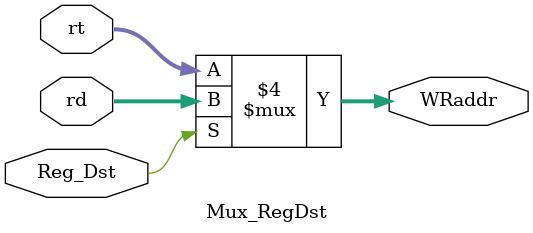
<source format=v>
`timescale 1ns / 1ps


module Mux_RegDst(
    input Reg_Dst,
    input [4:0] rt,
    input [4:0] rd,
    output reg [4:0] WRaddr
    );
    
    always@ (*) begin
        if( Reg_Dst == 1 )
            WRaddr = rd;
        else
            WRaddr = rt;
    end
endmodule

</source>
